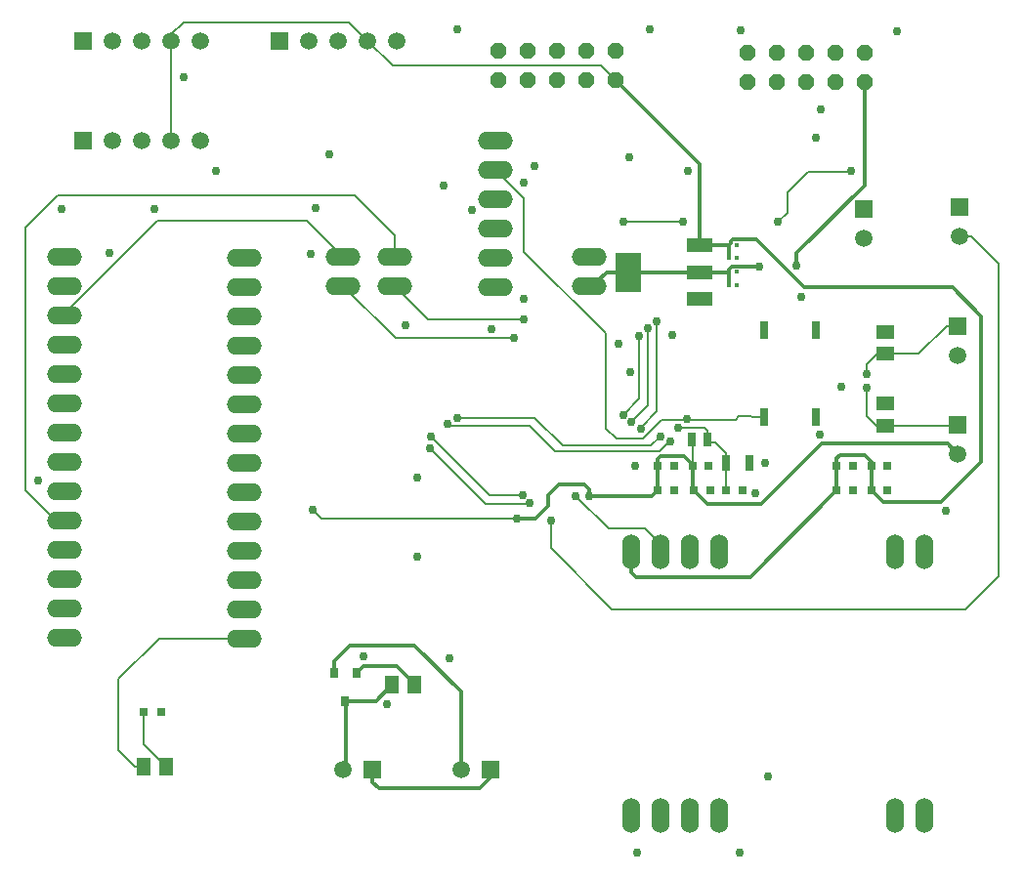
<source format=gbr>
%TF.GenerationSoftware,KiCad,Pcbnew,7.0.1*%
%TF.CreationDate,2023-09-15T11:15:50+09:00*%
%TF.ProjectId,_________,0a070658-9c5f-4cbd-9eef-2e6b69636164,rev?*%
%TF.SameCoordinates,Original*%
%TF.FileFunction,Copper,L1,Top*%
%TF.FilePolarity,Positive*%
%FSLAX46Y46*%
G04 Gerber Fmt 4.6, Leading zero omitted, Abs format (unit mm)*
G04 Created by KiCad (PCBNEW 7.0.1) date 2023-09-15 11:15:50*
%MOMM*%
%LPD*%
G01*
G04 APERTURE LIST*
G04 Aperture macros list*
%AMOutline5P*
0 Free polygon, 5 corners , with rotation*
0 The origin of the aperture is its center*
0 number of corners: always 5*
0 $1 to $10 corner X, Y*
0 $11 Rotation angle, in degrees counterclockwise*
0 create outline with 5 corners*
4,1,5,$1,$2,$3,$4,$5,$6,$7,$8,$9,$10,$1,$2,$11*%
%AMOutline6P*
0 Free polygon, 6 corners , with rotation*
0 The origin of the aperture is its center*
0 number of corners: always 6*
0 $1 to $12 corner X, Y*
0 $13 Rotation angle, in degrees counterclockwise*
0 create outline with 6 corners*
4,1,6,$1,$2,$3,$4,$5,$6,$7,$8,$9,$10,$11,$12,$1,$2,$13*%
%AMOutline7P*
0 Free polygon, 7 corners , with rotation*
0 The origin of the aperture is its center*
0 number of corners: always 7*
0 $1 to $14 corner X, Y*
0 $15 Rotation angle, in degrees counterclockwise*
0 create outline with 7 corners*
4,1,7,$1,$2,$3,$4,$5,$6,$7,$8,$9,$10,$11,$12,$13,$14,$1,$2,$15*%
%AMOutline8P*
0 Free polygon, 8 corners , with rotation*
0 The origin of the aperture is its center*
0 number of corners: always 8*
0 $1 to $16 corner X, Y*
0 $17 Rotation angle, in degrees counterclockwise*
0 create outline with 8 corners*
4,1,8,$1,$2,$3,$4,$5,$6,$7,$8,$9,$10,$11,$12,$13,$14,$15,$16,$1,$2,$17*%
G04 Aperture macros list end*
%TA.AperFunction,ComponentPad*%
%ADD10R,1.508000X1.508000*%
%TD*%
%TA.AperFunction,ComponentPad*%
%ADD11C,1.508000*%
%TD*%
%TA.AperFunction,SMDPad,CuDef*%
%ADD12R,0.350000X0.400000*%
%TD*%
%TA.AperFunction,ComponentPad*%
%ADD13O,3.048000X1.524000*%
%TD*%
%TA.AperFunction,ComponentPad*%
%ADD14Outline8P,-0.711200X0.294589X-0.294589X0.711200X0.294589X0.711200X0.711200X0.294589X0.711200X-0.294589X0.294589X-0.711200X-0.294589X-0.711200X-0.711200X-0.294589X180.000000*%
%TD*%
%TA.AperFunction,SMDPad,CuDef*%
%ADD15R,1.300000X1.600000*%
%TD*%
%TA.AperFunction,SMDPad,CuDef*%
%ADD16R,2.200000X3.500000*%
%TD*%
%TA.AperFunction,SMDPad,CuDef*%
%ADD17R,2.200000X1.200000*%
%TD*%
%TA.AperFunction,SMDPad,CuDef*%
%ADD18R,0.700000X0.825000*%
%TD*%
%TA.AperFunction,SMDPad,CuDef*%
%ADD19R,0.700000X1.500000*%
%TD*%
%TA.AperFunction,SMDPad,CuDef*%
%ADD20R,0.700000X0.800000*%
%TD*%
%TA.AperFunction,SMDPad,CuDef*%
%ADD21R,0.800000X0.800000*%
%TD*%
%TA.AperFunction,SMDPad,CuDef*%
%ADD22R,1.600000X1.300000*%
%TD*%
%TA.AperFunction,SMDPad,CuDef*%
%ADD23R,0.650000X1.200000*%
%TD*%
%TA.AperFunction,SMDPad,CuDef*%
%ADD24R,0.800000X1.400000*%
%TD*%
%TA.AperFunction,ComponentPad*%
%ADD25O,1.524000X3.048000*%
%TD*%
%TA.AperFunction,ViaPad*%
%ADD26C,0.756400*%
%TD*%
%TA.AperFunction,Conductor*%
%ADD27C,0.200000*%
%TD*%
%TA.AperFunction,Conductor*%
%ADD28C,0.300000*%
%TD*%
G04 APERTURE END LIST*
D10*
%TO.P,AZUSA_CTRL,1*%
%TO.N,PGND*%
X137281100Y-133683600D03*
D11*
%TO.P,AZUSA_CTRL,2*%
%TO.N,N$9*%
X134741100Y-133683600D03*
%TD*%
D12*
%TO.P,C13,2*%
%TO.N,SGND*%
X168826100Y-90503600D03*
%TO.P,C13,1*%
%TO.N,+3V3*%
X168176100Y-90503600D03*
%TD*%
%TO.P,C12,2*%
%TO.N,SGND*%
X168826100Y-88163600D03*
%TO.P,C12,1*%
%TO.N,+5V*%
X168176100Y-88163600D03*
%TD*%
D10*
%TO.P,CTRL,1*%
%TO.N,PGND*%
X147491100Y-133683600D03*
D11*
%TO.P,CTRL,2*%
%TO.N,N$8*%
X144951100Y-133683600D03*
%TD*%
D10*
%TO.P,ENC1,1*%
%TO.N,SGND*%
X112221100Y-79153600D03*
D11*
%TO.P,ENC1,2*%
%TO.N,N/C*%
X114761100Y-79153600D03*
%TO.P,ENC1,3*%
%TO.N,EN1_A*%
X117301100Y-79153600D03*
%TO.P,ENC1,4*%
%TO.N,+5V*%
X119841100Y-79153600D03*
%TO.P,ENC1,5*%
%TO.N,EN1_B*%
X122381100Y-79153600D03*
%TD*%
D10*
%TO.P,ENC2,1*%
%TO.N,SGND*%
X112221100Y-70453600D03*
D11*
%TO.P,ENC2,2*%
%TO.N,N/C*%
X114761100Y-70453600D03*
%TO.P,ENC2,3*%
%TO.N,EN2_A*%
X117301100Y-70453600D03*
%TO.P,ENC2,4*%
%TO.N,+5V*%
X119841100Y-70453600D03*
%TO.P,ENC2,5*%
%TO.N,EN2_B*%
X122381100Y-70453600D03*
%TD*%
D10*
%TO.P,ENC3,1*%
%TO.N,SGND*%
X129221100Y-70453600D03*
D11*
%TO.P,ENC3,2*%
%TO.N,N/C*%
X131761100Y-70453600D03*
%TO.P,ENC3,3*%
%TO.N,EN3_A*%
X134301100Y-70453600D03*
%TO.P,ENC3,4*%
%TO.N,+5V*%
X136841100Y-70453600D03*
%TO.P,ENC3,5*%
%TO.N,EN3_B*%
X139381100Y-70453600D03*
%TD*%
D13*
%TO.P,BOOT,2*%
%TO.N,BOOT0*%
X156066100Y-89230000D03*
%TO.P,BOOT,1*%
%TO.N,+3V3*%
X156066100Y-91770000D03*
%TD*%
%TO.P,ST-LINK,6*%
%TO.N,SWO*%
X147901100Y-79093600D03*
%TO.P,ST-LINK,5*%
%TO.N,NRST*%
X147901100Y-81633600D03*
%TO.P,ST-LINK,4*%
%TO.N,SWDIO*%
X147901100Y-84173600D03*
%TO.P,ST-LINK,3*%
%TO.N,SGND*%
X147901100Y-86713600D03*
%TO.P,ST-LINK,2*%
%TO.N,SWCLK*%
X147901100Y-89253600D03*
%TO.P,ST-LINK,1*%
%TO.N,+3V3*%
X147901100Y-91793600D03*
%TD*%
D14*
%TO.P,ML1,10*%
%TO.N,PWM1*%
X169731100Y-74003600D03*
%TO.P,ML1,9*%
%TO.N,DIR1*%
X169731100Y-71463600D03*
%TO.P,ML1,8*%
%TO.N,PWM2*%
X172271100Y-74003600D03*
%TO.P,ML1,7*%
%TO.N,DIR2*%
X172271100Y-71463600D03*
%TO.P,ML1,6*%
%TO.N,PWM3*%
X174811100Y-74003600D03*
%TO.P,ML1,5*%
%TO.N,DIR3*%
X174811100Y-71463600D03*
%TO.P,ML1,4*%
%TO.N,PWM4*%
X177351100Y-74003600D03*
%TO.P,ML1,3*%
%TO.N,DIR4*%
X177351100Y-71463600D03*
%TO.P,ML1,2*%
%TO.N,+3V3*%
X179891100Y-74003600D03*
%TO.P,ML1,1*%
%TO.N,SGND*%
X179891100Y-71463600D03*
%TD*%
%TO.P,ML2,10*%
%TO.N,LED4*%
X148151100Y-73893600D03*
%TO.P,ML2,9*%
%TO.N,LED5*%
X148151100Y-71353600D03*
%TO.P,ML2,8*%
%TO.N,LED3*%
X150691100Y-73893600D03*
%TO.P,ML2,7*%
%TO.N,LED6*%
X150691100Y-71353600D03*
%TO.P,ML2,6*%
%TO.N,LED2*%
X153231100Y-73893600D03*
%TO.P,ML2,5*%
%TO.N,LED7*%
X153231100Y-71353600D03*
%TO.P,ML2,4*%
%TO.N,LED1*%
X155771100Y-73893600D03*
%TO.P,ML2,3*%
%TO.N,LED8*%
X155771100Y-71353600D03*
%TO.P,ML2,2*%
%TO.N,+5V*%
X158311100Y-73893600D03*
%TO.P,ML2,1*%
%TO.N,SGND*%
X158311100Y-71353600D03*
%TD*%
D15*
%TO.P,R1,2*%
%TO.N,N$10*%
X140871100Y-126273600D03*
%TO.P,R1,1*%
%TO.N,N$9*%
X138971100Y-126273600D03*
%TD*%
D16*
%TO.P,REGYURETA0,VOUT*%
%TO.N,+3V3*%
X159401100Y-90513600D03*
D17*
%TO.P,REGYURETA0,INPUT*%
%TO.N,+5V*%
X165601100Y-88163600D03*
%TO.P,REGYURETA0,OUTPUT*%
%TO.N,+3V3*%
X165601100Y-90513600D03*
%TO.P,REGYURETA0,ADJ/GND*%
%TO.N,SGND*%
X165601100Y-92863600D03*
%TD*%
D18*
%TO.P,T1,COLLECTOR*%
%TO.N,N$9*%
X134901100Y-127681100D03*
%TO.P,T1,EMITTER*%
%TO.N,N$8*%
X133951100Y-125306100D03*
%TO.P,T1,BASE*%
%TO.N,N$10*%
X135851100Y-125306100D03*
%TD*%
D19*
%TO.P,U$2,P$4*%
%TO.N,SGND*%
X175681100Y-95563600D03*
%TO.P,U$2,P$3*%
%TO.N,N/C*%
X171181100Y-95563600D03*
%TO.P,U$2,P$2*%
X175681100Y-103063600D03*
%TO.P,U$2,P$1*%
%TO.N,NRST*%
X171181100Y-103063600D03*
%TD*%
D20*
%TO.P,C19,P$2*%
%TO.N,SGND*%
X163401100Y-107353600D03*
%TO.P,C19,P$1*%
%TO.N,+3V3*%
X162001100Y-107353600D03*
%TD*%
%TO.P,C20,P$2*%
%TO.N,SGND*%
X163401100Y-109453600D03*
%TO.P,C20,P$1*%
%TO.N,+3V3*%
X162001100Y-109453600D03*
%TD*%
%TO.P,C21,P$2*%
%TO.N,SGND*%
X166401100Y-107353600D03*
%TO.P,C21,P$1*%
%TO.N,+3V3*%
X165001100Y-107353600D03*
%TD*%
%TO.P,C22,P$2*%
%TO.N,SGND*%
X166501100Y-109453600D03*
%TO.P,C22,P$1*%
%TO.N,+3V3*%
X165101100Y-109453600D03*
%TD*%
D12*
%TO.P,C11,2*%
%TO.N,SGND*%
X168826100Y-89253600D03*
%TO.P,C11,1*%
%TO.N,+5V*%
X168176100Y-89253600D03*
%TD*%
%TO.P,C14,2*%
%TO.N,SGND*%
X168826100Y-91653600D03*
%TO.P,C14,1*%
%TO.N,+3V3*%
X168176100Y-91653600D03*
%TD*%
D13*
%TO.P,TWE_LEFT,14*%
%TO.N,N/C*%
X110539100Y-122242600D03*
%TO.P,TWE_LEFT,13*%
X110539100Y-119702600D03*
%TO.P,TWE_LEFT,12*%
X110539100Y-117162600D03*
%TO.P,TWE_LEFT,11*%
X110539100Y-114622600D03*
%TO.P,TWE_LEFT,10*%
%TO.N,RX*%
X110539100Y-112082600D03*
%TO.P,TWE_LEFT,9*%
%TO.N,N/C*%
X110539100Y-109542600D03*
%TO.P,TWE_LEFT,8*%
X110539100Y-107002600D03*
%TO.P,TWE_LEFT,7*%
X110539100Y-104462600D03*
%TO.P,TWE_LEFT,6*%
X110539100Y-101922600D03*
%TO.P,TWE_LEFT,5*%
X110539100Y-99382600D03*
%TO.P,TWE_LEFT,4*%
X110539100Y-96842600D03*
%TO.P,TWE_LEFT,3*%
%TO.N,TX*%
X110539100Y-94302600D03*
%TO.P,TWE_LEFT,2*%
%TO.N,N/C*%
X110539100Y-91762600D03*
%TO.P,TWE_LEFT,1*%
%TO.N,SGND*%
X110539100Y-89222600D03*
%TD*%
%TO.P,TWE_RIGHT,14*%
%TO.N,COM_LED2*%
X126191100Y-122263600D03*
%TO.P,TWE_RIGHT,13*%
%TO.N,N/C*%
X126191100Y-119723600D03*
%TO.P,TWE_RIGHT,12*%
X126191100Y-117183600D03*
%TO.P,TWE_RIGHT,11*%
X126191100Y-114643600D03*
%TO.P,TWE_RIGHT,10*%
X126191100Y-112103600D03*
%TO.P,TWE_RIGHT,9*%
X126191100Y-109563600D03*
%TO.P,TWE_RIGHT,8*%
X126191100Y-107023600D03*
%TO.P,TWE_RIGHT,7*%
X126191100Y-104483600D03*
%TO.P,TWE_RIGHT,6*%
X126191100Y-101943600D03*
%TO.P,TWE_RIGHT,5*%
X126191100Y-99403600D03*
%TO.P,TWE_RIGHT,4*%
X126191100Y-96863600D03*
%TO.P,TWE_RIGHT,3*%
X126191100Y-94323600D03*
%TO.P,TWE_RIGHT,2*%
X126191100Y-91783600D03*
%TO.P,TWE_RIGHT,1*%
%TO.N,+3V3*%
X126191100Y-89243600D03*
%TD*%
D15*
%TO.P,R12,2*%
%TO.N,N$19*%
X119351100Y-133353600D03*
%TO.P,R12,1*%
%TO.N,COM_LED2*%
X117451100Y-133353600D03*
%TD*%
D21*
%TO.P,U$8,CATHODE*%
%TO.N,SGND*%
X118969050Y-128665000D03*
%TO.P,U$8,ANODE*%
%TO.N,N$19*%
X117469050Y-128665000D03*
%TD*%
D13*
%TO.P,PIN_SOCKET1,2*%
%TO.N,RX*%
X139181100Y-89203600D03*
%TO.P,PIN_SOCKET1,1*%
%TO.N,UART_RX*%
X139181100Y-91743600D03*
%TD*%
%TO.P,PIN_SOCKET2,2*%
%TO.N,TX*%
X134711100Y-89203600D03*
%TO.P,PIN_SOCKET2,1*%
%TO.N,UART_TX*%
X134711100Y-91743600D03*
%TD*%
D10*
%TO.P,DOWN,1*%
%TO.N,NO2*%
X188001100Y-103783600D03*
D11*
%TO.P,DOWN,2*%
%TO.N,+3V3*%
X188001100Y-106323600D03*
%TD*%
D22*
%TO.P,R11,2*%
%TO.N,SGND*%
X181701100Y-101903600D03*
%TO.P,R11,1*%
%TO.N,NO2*%
X181701100Y-103803600D03*
%TD*%
D10*
%TO.P,UP,1*%
%TO.N,NO1*%
X188001100Y-95183600D03*
D11*
%TO.P,UP,2*%
%TO.N,+3V3*%
X188001100Y-97723600D03*
%TD*%
D22*
%TO.P,R10,2*%
%TO.N,SGND*%
X181701100Y-95703600D03*
%TO.P,R10,1*%
%TO.N,NO1*%
X181701100Y-97603600D03*
%TD*%
D20*
%TO.P,C15,P$2*%
%TO.N,SGND*%
X178901100Y-107353600D03*
%TO.P,C15,P$1*%
%TO.N,+5V*%
X177501100Y-107353600D03*
%TD*%
%TO.P,C16,P$2*%
%TO.N,SGND*%
X178901100Y-109453600D03*
%TO.P,C16,P$1*%
%TO.N,+5V*%
X177501100Y-109453600D03*
%TD*%
%TO.P,C17,P$2*%
%TO.N,SGND*%
X181901100Y-107353600D03*
%TO.P,C17,P$1*%
%TO.N,+5V*%
X180501100Y-107353600D03*
%TD*%
%TO.P,C18,P$2*%
%TO.N,SGND*%
X181901100Y-109453600D03*
%TO.P,C18,P$1*%
%TO.N,+5V*%
X180501100Y-109453600D03*
%TD*%
D23*
%TO.P,FB1,2*%
%TO.N,N$46*%
X166276100Y-105000000D03*
%TO.P,FB1,1*%
%TO.N,+3V3*%
X164926100Y-105000000D03*
%TD*%
D20*
%TO.P,C24,P$2*%
%TO.N,SGND*%
X169301100Y-109453600D03*
%TO.P,C24,P$1*%
%TO.N,N$46*%
X167901100Y-109453600D03*
%TD*%
D24*
%TO.P,C23,P$2*%
%TO.N,SGND*%
X169901100Y-107053600D03*
%TO.P,C23,P$1*%
%TO.N,N$46*%
X167901100Y-107053600D03*
%TD*%
D25*
%TO.P,LEFT_U,2*%
%TO.N,SGND*%
X182512100Y-114760600D03*
%TO.P,LEFT_U,1*%
X185052100Y-114760600D03*
%TD*%
%TO.P,RIGHT_U,2*%
%TO.N,SGND*%
X182524100Y-137611600D03*
%TO.P,RIGHT_U,1*%
X185064100Y-137611600D03*
%TD*%
%TO.P,LEFT_D,4*%
%TO.N,+5V*%
X159681100Y-114738600D03*
%TO.P,LEFT_D,3*%
%TO.N,COM_LED*%
X162221100Y-114738600D03*
%TO.P,LEFT_D,2*%
%TO.N,N/C*%
X164761100Y-114738600D03*
%TO.P,LEFT_D,1*%
%TO.N,SGND*%
X167301100Y-114738600D03*
%TD*%
%TO.P,RIGHT_D,4*%
%TO.N,SCK*%
X159652100Y-137596600D03*
%TO.P,RIGHT_D,3*%
%TO.N,MOSI*%
X162192100Y-137596600D03*
%TO.P,RIGHT_D,2*%
%TO.N,MISO*%
X164732100Y-137596600D03*
%TO.P,RIGHT_D,1*%
%TO.N,CS*%
X167272100Y-137596600D03*
%TD*%
D10*
%TO.P,AZUSA_CON1,1*%
%TO.N,SGND*%
X188101100Y-84883600D03*
D11*
%TO.P,AZUSA_CON1,2*%
%TO.N,PWM1_SERVO*%
X188101100Y-87423600D03*
%TD*%
D10*
%TO.P,AZUSA_CON2,1*%
%TO.N,SGND*%
X179801100Y-85083600D03*
D11*
%TO.P,AZUSA_CON2,2*%
%TO.N,PWM2_SERVO*%
X179801100Y-87623600D03*
%TD*%
D26*
%TO.N,SGND*%
X133550000Y-80300000D03*
%TO.N,PWM1_SERVO*%
X152701100Y-112053600D03*
%TO.N,PWM2_SERVO*%
X178701100Y-81744800D03*
X172401100Y-86153600D03*
X164201100Y-86153600D03*
X159001100Y-86153600D03*
%TO.N,N$46*%
X163726100Y-103996600D03*
%TO.N,NO1*%
X180101100Y-99353600D03*
%TO.N,NO2*%
X180101100Y-100553600D03*
%TO.N,PWM1*%
X162246462Y-104742400D03*
X144601100Y-103153600D03*
%TO.N,LED8*%
X161131700Y-95353600D03*
X159712481Y-103483982D03*
%TO.N,LED7*%
X161901100Y-94753600D03*
X160488100Y-104070600D03*
%TO.N,LED1*%
X160401100Y-96053600D03*
X158966937Y-102934200D03*
%TO.N,+3V3*%
X173995787Y-89992200D03*
X170801100Y-90053600D03*
X132101100Y-111153600D03*
X149801100Y-111853600D03*
X156001100Y-109953600D03*
%TO.N,UART_RX*%
X150401100Y-94653600D03*
%TO.N,UART_TX*%
X149554700Y-96253600D03*
%TO.N,COM_LED*%
X154891100Y-109950600D03*
%TO.N,PWM2*%
X163101100Y-105173000D03*
X143801100Y-103673000D03*
%TO.N,EN1_B*%
X150251700Y-109854582D03*
X142301100Y-104753600D03*
%TO.N,EN1_A*%
X150894100Y-110570600D03*
X142201100Y-105753600D03*
%TO.N,SGND*%
X175998815Y-104598561D03*
X158601100Y-96753600D03*
X160001100Y-107353600D03*
X159500000Y-80600000D03*
X186950000Y-111250000D03*
X108301100Y-108553600D03*
X169101100Y-140853600D03*
X160201100Y-140853600D03*
X171501100Y-134253600D03*
X141101100Y-108353600D03*
X141101100Y-115153600D03*
X132301100Y-84953600D03*
X169201100Y-69553600D03*
X170401100Y-109653600D03*
X143401100Y-83053600D03*
X182701100Y-69653600D03*
X161301100Y-69453600D03*
X131901100Y-88953600D03*
X140101100Y-95153600D03*
X147601100Y-95453600D03*
X110301100Y-85053600D03*
X114500000Y-88900000D03*
X118401100Y-85053600D03*
X171301100Y-107053600D03*
X177901100Y-100453600D03*
X163201100Y-95953600D03*
X150401100Y-82753600D03*
X151301100Y-81353600D03*
X150401100Y-92853600D03*
X145901100Y-85153600D03*
X138501100Y-127953600D03*
X136501100Y-123853600D03*
X143901100Y-123953600D03*
X123701100Y-81753600D03*
X144601100Y-69453600D03*
X159600000Y-99200000D03*
X175701100Y-78853600D03*
X176101100Y-76453600D03*
X120901100Y-73653600D03*
X174401100Y-92653600D03*
X164601100Y-81753600D03*
%TO.N,NRST*%
X164536250Y-103263750D03*
%TD*%
D27*
%TO.N,PWM2_SERVO*%
X178701100Y-81792800D02*
X178701100Y-81744800D01*
X173201100Y-83591600D02*
X174999900Y-81792800D01*
X174999900Y-81792800D02*
X178701100Y-81792800D01*
X173201100Y-85353600D02*
X173201100Y-83591600D01*
X172401100Y-86153600D02*
X173201100Y-85353600D01*
%TO.N,N$19*%
X117469050Y-131435650D02*
X117469050Y-128665000D01*
X117451100Y-131453600D02*
X117469050Y-131435650D01*
X119351100Y-133353600D02*
X117451100Y-131453600D01*
%TO.N,N$46*%
X166276100Y-104276100D02*
X166276100Y-105253600D01*
X165996600Y-103996600D02*
X166276100Y-104276100D01*
X163726100Y-103996600D02*
X165996600Y-103996600D01*
%TO.N,NRST*%
X168991100Y-103033600D02*
X171181100Y-103063600D01*
X168724700Y-103300000D02*
X168991100Y-103033600D01*
X164572500Y-103300000D02*
X168724700Y-103300000D01*
X164536250Y-103263750D02*
X164572500Y-103300000D01*
X150401100Y-88733600D02*
X150401100Y-84133600D01*
X157470500Y-95803000D02*
X150401100Y-88733600D01*
X162281706Y-103353600D02*
X160662306Y-104973000D01*
X158370500Y-104973000D02*
X157470500Y-104073000D01*
X150401100Y-84133600D02*
X147901100Y-81633600D01*
X164446400Y-103353600D02*
X162281706Y-103353600D01*
X157470500Y-104073000D02*
X157470500Y-95803000D01*
X164536250Y-103263750D02*
X164446400Y-103353600D01*
X160662306Y-104973000D02*
X158370500Y-104973000D01*
D28*
%TO.N,+3V3*%
X166301100Y-110653600D02*
X165101100Y-109453600D01*
X176154700Y-105400000D02*
X170901100Y-110653600D01*
X170901100Y-110653600D02*
X166301100Y-110653600D01*
X187077500Y-105400000D02*
X176154700Y-105400000D01*
X188001100Y-106323600D02*
X187077500Y-105400000D01*
D27*
%TO.N,PWM1_SERVO*%
X152701100Y-114453600D02*
X158001100Y-119753600D01*
X189171100Y-87423600D02*
X188101100Y-87423600D01*
X191501100Y-89753600D02*
X189171100Y-87423600D01*
X191501100Y-116853600D02*
X191501100Y-89753600D01*
X188601100Y-119753600D02*
X191501100Y-116853600D01*
X158001100Y-119753600D02*
X188601100Y-119753600D01*
X152701100Y-112053600D02*
X152701100Y-114453600D01*
%TO.N,PWM2_SERVO*%
X159001100Y-86153600D02*
X164201100Y-86153600D01*
%TO.N,N$46*%
X167901100Y-107053600D02*
X167901100Y-109453600D01*
X167901100Y-106178600D02*
X166976100Y-105253600D01*
X166276100Y-105253600D02*
X166976100Y-105253600D01*
X167901100Y-106178600D02*
X167901100Y-107053600D01*
%TO.N,NO1*%
X180101100Y-98503600D02*
X180101100Y-99353600D01*
X181001100Y-97603600D02*
X180101100Y-98503600D01*
X181701100Y-97603600D02*
X181001100Y-97603600D01*
X181701100Y-97603600D02*
X181711100Y-97613600D01*
X184571100Y-97613600D02*
X181711100Y-97613600D01*
X187001100Y-95183600D02*
X184571100Y-97613600D01*
X188001100Y-95183600D02*
X187001100Y-95183600D01*
%TO.N,NO2*%
X180901100Y-103803600D02*
X180101100Y-103003600D01*
X181701100Y-103803600D02*
X180901100Y-103803600D01*
X180101100Y-100553600D02*
X180101100Y-103003600D01*
X187981100Y-103803600D02*
X181701100Y-103803600D01*
X188001100Y-103783600D02*
X187981100Y-103803600D01*
%TO.N,RX*%
X109830100Y-112082600D02*
X110539100Y-112082600D01*
X107201100Y-109453600D02*
X109830100Y-112082600D01*
X107201100Y-86653600D02*
X107201100Y-109453600D01*
X110001100Y-83853600D02*
X107201100Y-86653600D01*
X135731100Y-83853600D02*
X110001100Y-83853600D01*
X139181100Y-87303600D02*
X135731100Y-83853600D01*
X139181100Y-89203600D02*
X139181100Y-87303600D01*
%TO.N,TX*%
X110539100Y-94102600D02*
X110539100Y-94302600D01*
X118583700Y-86058000D02*
X110539100Y-94102600D01*
X131565500Y-86058000D02*
X118583700Y-86058000D01*
X134711100Y-89203600D02*
X131565500Y-86058000D01*
%TO.N,COM_LED2*%
X116651100Y-133353600D02*
X115251100Y-131953600D01*
X116651100Y-133353600D02*
X117451100Y-133353600D01*
X115251100Y-125763600D02*
X115251100Y-131953600D01*
X118751100Y-122263600D02*
X115251100Y-125763600D01*
X126191100Y-122263600D02*
X118751100Y-122263600D01*
%TO.N,PWM1*%
X151309293Y-103153600D02*
X153728693Y-105573000D01*
X161415862Y-105573000D02*
X162246462Y-104742400D01*
X161415862Y-105573000D02*
X153728693Y-105573000D01*
X151309293Y-103153600D02*
X144601100Y-103153600D01*
%TO.N,LED8*%
X161131700Y-102064763D02*
X161131700Y-95353600D01*
X159712481Y-103483982D02*
X161131700Y-102064763D01*
%TO.N,LED7*%
X160488100Y-103991600D02*
X160488100Y-104070600D01*
X161901100Y-102578600D02*
X160488100Y-103991600D01*
X161901100Y-94753600D02*
X161901100Y-102578600D01*
%TO.N,LED1*%
X160401100Y-101500038D02*
X160401100Y-96053600D01*
X158966937Y-102934200D02*
X160401100Y-101500038D01*
%TO.N,+5V*%
X119841100Y-69913600D02*
X119841100Y-70453600D01*
X120901100Y-68853600D02*
X119841100Y-69913600D01*
X135241100Y-68853600D02*
X120901100Y-68853600D01*
X136841100Y-70453600D02*
X135241100Y-68853600D01*
X139020900Y-72633400D02*
X136841100Y-70453600D01*
D28*
X177501100Y-109453600D02*
X170001100Y-116953600D01*
X174701100Y-91853600D02*
X187501100Y-91853600D01*
X170508700Y-87661200D02*
X174701100Y-91853600D01*
X168525843Y-87661200D02*
X170508700Y-87661200D01*
X168348700Y-87991000D02*
X168348700Y-87838344D01*
X168176100Y-88163600D02*
X168348700Y-87991000D01*
X168348700Y-87838344D02*
X168525843Y-87661200D01*
X159681100Y-116533600D02*
X159681100Y-114738600D01*
X160101100Y-116953600D02*
X159681100Y-116533600D01*
X170001100Y-116953600D02*
X160101100Y-116953600D01*
X177501100Y-107353600D02*
X177501100Y-109453600D01*
X177501100Y-106653600D02*
X177501100Y-107353600D01*
X177801100Y-106353600D02*
X177501100Y-106653600D01*
X179901100Y-106353600D02*
X177801100Y-106353600D01*
X180501100Y-106953600D02*
X179901100Y-106353600D01*
X180501100Y-107353600D02*
X180501100Y-106953600D01*
X180501100Y-107353600D02*
X180501100Y-109453600D01*
X168176100Y-88163600D02*
X168176100Y-89253600D01*
D27*
X158311100Y-73893600D02*
X157050900Y-72633400D01*
X119841100Y-70653600D02*
X119841100Y-70453600D01*
X119841100Y-79153600D02*
X119841100Y-70653600D01*
D28*
X187501100Y-91853600D02*
X190001100Y-94353600D01*
X190001100Y-106953600D02*
X190001100Y-94353600D01*
X186501100Y-110453600D02*
X190001100Y-106953600D01*
X181501100Y-110453600D02*
X186501100Y-110453600D01*
X180501100Y-109453600D02*
X181501100Y-110453600D01*
X165601100Y-88163600D02*
X165601100Y-81183600D01*
X165601100Y-88163600D02*
X168176100Y-88163600D01*
D27*
X157050900Y-72633400D02*
X139020900Y-72633400D01*
D28*
X165601100Y-81183600D02*
X158311100Y-73893600D01*
%TO.N,+3V3*%
X161501100Y-109953600D02*
X162001100Y-109453600D01*
X162001100Y-109453600D02*
X162001100Y-107353600D01*
X165001100Y-109353600D02*
X165101100Y-109453600D01*
X165001100Y-107353600D02*
X165001100Y-109353600D01*
X165001100Y-107253600D02*
X165001100Y-107353600D01*
X159401100Y-90513600D02*
X165601100Y-90513600D01*
X151401100Y-111853600D02*
X149801100Y-111853600D01*
X152501100Y-110753600D02*
X151401100Y-111853600D01*
X152501100Y-109853600D02*
X152501100Y-110753600D01*
X153401100Y-108953600D02*
X152501100Y-109853600D01*
X155601100Y-108953600D02*
X153401100Y-108953600D01*
X156001100Y-109353600D02*
X155601100Y-108953600D01*
X156001100Y-109953600D02*
X156001100Y-109353600D01*
X170748700Y-90001200D02*
X168425843Y-90001200D01*
X170748700Y-90001200D02*
X170801100Y-90053600D01*
X168148700Y-90278344D02*
X168148700Y-90476200D01*
X168176100Y-90503600D02*
X168148700Y-90476200D01*
X168148700Y-90278344D02*
X168425843Y-90001200D01*
D27*
X165001100Y-105328600D02*
X165001100Y-107353600D01*
X164926100Y-105253600D02*
X165001100Y-105328600D01*
X132801100Y-111853600D02*
X132101100Y-111153600D01*
X149801100Y-111853600D02*
X132801100Y-111853600D01*
D28*
X179891100Y-74003600D02*
X179891100Y-82996888D01*
X168176100Y-90513600D02*
X165601100Y-90513600D01*
X168176100Y-90513600D02*
X168176100Y-91653600D01*
X168176100Y-90503600D02*
X168176100Y-90513600D01*
X162243075Y-106504675D02*
X162001100Y-106746650D01*
X162001100Y-107353600D02*
X162001100Y-106746650D01*
X164252175Y-106504675D02*
X165001100Y-107253600D01*
X162243075Y-106504675D02*
X164252175Y-106504675D01*
X156001100Y-109953600D02*
X161501100Y-109953600D01*
X173995787Y-88892200D02*
X173995787Y-89992200D01*
X179891100Y-82996888D02*
X173995787Y-88892200D01*
X157554100Y-90513600D02*
X156066100Y-92001600D01*
X159401100Y-90513600D02*
X157554100Y-90513600D01*
%TO.N,N$10*%
X140871100Y-126173600D02*
X140871100Y-126273600D01*
X140871100Y-126173600D02*
X139403600Y-124706100D01*
X136451100Y-124706100D02*
X139403600Y-124706100D01*
X135851100Y-125306100D02*
X136451100Y-124706100D01*
%TO.N,N$9*%
X137563600Y-127681100D02*
X138971100Y-126273600D01*
X134901100Y-127681100D02*
X137563600Y-127681100D01*
X134919590Y-133505110D02*
X134741100Y-133683600D01*
X134919590Y-127699591D02*
X134919590Y-133505110D01*
D27*
X134901100Y-127681100D02*
X134919590Y-127699591D01*
D28*
%TO.N,N$8*%
X144951100Y-126903600D02*
X144951100Y-133683600D01*
X140901100Y-122853600D02*
X144951100Y-126903600D01*
X135338581Y-122853600D02*
X140901100Y-122853600D01*
X133920500Y-124271682D02*
X135338581Y-122853600D01*
X133951100Y-125306100D02*
X133920500Y-125275500D01*
X133920500Y-124271682D02*
X133920500Y-125275500D01*
D27*
%TO.N,UART_RX*%
X142091100Y-94653600D02*
X139181100Y-91743600D01*
X150401100Y-94653600D02*
X142091100Y-94653600D01*
%TO.N,UART_TX*%
X134711100Y-91743600D02*
X134737500Y-91743600D01*
X139247500Y-96253600D02*
X134737500Y-91743600D01*
X149554700Y-96253600D02*
X139247500Y-96253600D01*
%TO.N,COM_LED*%
X154891100Y-109950600D02*
X157702700Y-112762200D01*
X162221100Y-114082019D02*
X160901281Y-112762200D01*
X162221100Y-114738600D02*
X162221100Y-114082019D01*
X157702700Y-112762200D02*
X160901281Y-112762200D01*
D28*
%TO.N,PGND*%
X137281100Y-134733600D02*
X137801100Y-135253600D01*
X147491100Y-134363600D02*
X147491100Y-133683600D01*
X146601100Y-135253600D02*
X147491100Y-134363600D01*
X137801100Y-135253600D02*
X146601100Y-135253600D01*
X137281100Y-133683600D02*
X137281100Y-134733600D01*
D27*
%TO.N,PWM2*%
X153101100Y-106073000D02*
X150901100Y-103873000D01*
X162101100Y-106073000D02*
X153101100Y-106073000D01*
X163001100Y-105173000D02*
X162101100Y-106073000D01*
X163001100Y-105173000D02*
X163101100Y-105173000D01*
X143801100Y-103673000D02*
X144001100Y-103873000D01*
X150901100Y-103873000D02*
X144001100Y-103873000D01*
%TO.N,EN1_B*%
X147413081Y-109865582D02*
X142301100Y-104753600D01*
X150240700Y-109865582D02*
X147413081Y-109865582D01*
X150251700Y-109854582D02*
X150240700Y-109865582D01*
%TO.N,EN1_A*%
X147028100Y-110580600D02*
X142201100Y-105753600D01*
X150884100Y-110580600D02*
X147028100Y-110580600D01*
X150894100Y-110570600D02*
X150884100Y-110580600D01*
%TD*%
M02*

</source>
